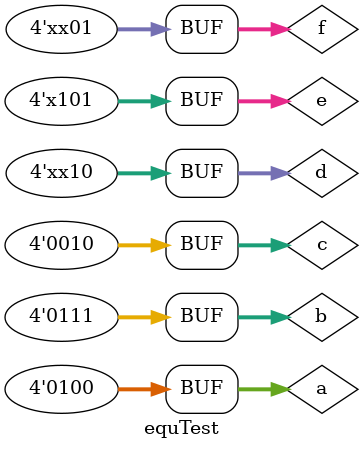
<source format=v>
module equTest();
reg [3:0] a ;
reg [3:0] b;
reg [3:0] c;
reg [3:0] d;
reg [3:0] e;
reg [3:0] f;
initial begin
    a = 4;
    b = 7;
    c = 4'b010;
    d = 4'bx10; 
    e = 4'bx101; 
    f = 4'bxx01; 
    $display("c : ", c );
    $display("d : ", d );
    $display("a == b : ", a == b);
    $display("c != d : ", c != d);
    $display("c != f : ", c != f);
    $display("d == e : ", d == e);
    $display("c !==d : ", c !==d);
end
endmodule
</source>
